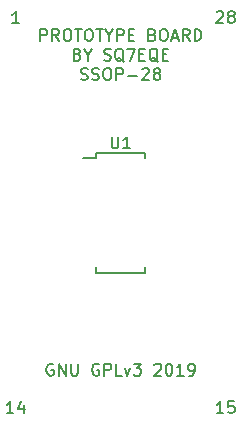
<source format=gbr>
%TF.GenerationSoftware,KiCad,Pcbnew,5.1.4-3.fc31*%
%TF.CreationDate,2019-11-27T18:42:09+01:00*%
%TF.ProjectId,SSOP-28_3.9x9.9mm_P0.635,53534f50-2d32-4385-9f33-2e3978392e39,1.0*%
%TF.SameCoordinates,Original*%
%TF.FileFunction,Legend,Top*%
%TF.FilePolarity,Positive*%
%FSLAX46Y46*%
G04 Gerber Fmt 4.6, Leading zero omitted, Abs format (unit mm)*
G04 Created by KiCad (PCBNEW 5.1.4-3.fc31) date 2019-11-27 18:42:09*
%MOMM*%
%LPD*%
G04 APERTURE LIST*
%ADD10C,0.150000*%
%ADD11R,1.802000X1.802000*%
%ADD12O,1.802000X1.802000*%
%ADD13R,1.302000X0.502000*%
G04 APERTURE END LIST*
D10*
X144018095Y-96067619D02*
X144065714Y-96020000D01*
X144160952Y-95972380D01*
X144399047Y-95972380D01*
X144494285Y-96020000D01*
X144541904Y-96067619D01*
X144589523Y-96162857D01*
X144589523Y-96258095D01*
X144541904Y-96400952D01*
X143970476Y-96972380D01*
X144589523Y-96972380D01*
X145160952Y-96400952D02*
X145065714Y-96353333D01*
X145018095Y-96305714D01*
X144970476Y-96210476D01*
X144970476Y-96162857D01*
X145018095Y-96067619D01*
X145065714Y-96020000D01*
X145160952Y-95972380D01*
X145351428Y-95972380D01*
X145446666Y-96020000D01*
X145494285Y-96067619D01*
X145541904Y-96162857D01*
X145541904Y-96210476D01*
X145494285Y-96305714D01*
X145446666Y-96353333D01*
X145351428Y-96400952D01*
X145160952Y-96400952D01*
X145065714Y-96448571D01*
X145018095Y-96496190D01*
X144970476Y-96591428D01*
X144970476Y-96781904D01*
X145018095Y-96877142D01*
X145065714Y-96924761D01*
X145160952Y-96972380D01*
X145351428Y-96972380D01*
X145446666Y-96924761D01*
X145494285Y-96877142D01*
X145541904Y-96781904D01*
X145541904Y-96591428D01*
X145494285Y-96496190D01*
X145446666Y-96448571D01*
X145351428Y-96400952D01*
X144589523Y-129992380D02*
X144018095Y-129992380D01*
X144303809Y-129992380D02*
X144303809Y-128992380D01*
X144208571Y-129135238D01*
X144113333Y-129230476D01*
X144018095Y-129278095D01*
X145494285Y-128992380D02*
X145018095Y-128992380D01*
X144970476Y-129468571D01*
X145018095Y-129420952D01*
X145113333Y-129373333D01*
X145351428Y-129373333D01*
X145446666Y-129420952D01*
X145494285Y-129468571D01*
X145541904Y-129563809D01*
X145541904Y-129801904D01*
X145494285Y-129897142D01*
X145446666Y-129944761D01*
X145351428Y-129992380D01*
X145113333Y-129992380D01*
X145018095Y-129944761D01*
X144970476Y-129897142D01*
X126809523Y-129992380D02*
X126238095Y-129992380D01*
X126523809Y-129992380D02*
X126523809Y-128992380D01*
X126428571Y-129135238D01*
X126333333Y-129230476D01*
X126238095Y-129278095D01*
X127666666Y-129325714D02*
X127666666Y-129992380D01*
X127428571Y-128944761D02*
X127190476Y-129659047D01*
X127809523Y-129659047D01*
X127285714Y-96972380D02*
X126714285Y-96972380D01*
X127000000Y-96972380D02*
X127000000Y-95972380D01*
X126904761Y-96115238D01*
X126809523Y-96210476D01*
X126714285Y-96258095D01*
X130175714Y-125865000D02*
X130080476Y-125817380D01*
X129937619Y-125817380D01*
X129794761Y-125865000D01*
X129699523Y-125960238D01*
X129651904Y-126055476D01*
X129604285Y-126245952D01*
X129604285Y-126388809D01*
X129651904Y-126579285D01*
X129699523Y-126674523D01*
X129794761Y-126769761D01*
X129937619Y-126817380D01*
X130032857Y-126817380D01*
X130175714Y-126769761D01*
X130223333Y-126722142D01*
X130223333Y-126388809D01*
X130032857Y-126388809D01*
X130651904Y-126817380D02*
X130651904Y-125817380D01*
X131223333Y-126817380D01*
X131223333Y-125817380D01*
X131699523Y-125817380D02*
X131699523Y-126626904D01*
X131747142Y-126722142D01*
X131794761Y-126769761D01*
X131890000Y-126817380D01*
X132080476Y-126817380D01*
X132175714Y-126769761D01*
X132223333Y-126722142D01*
X132270952Y-126626904D01*
X132270952Y-125817380D01*
X134032857Y-125865000D02*
X133937619Y-125817380D01*
X133794761Y-125817380D01*
X133651904Y-125865000D01*
X133556666Y-125960238D01*
X133509047Y-126055476D01*
X133461428Y-126245952D01*
X133461428Y-126388809D01*
X133509047Y-126579285D01*
X133556666Y-126674523D01*
X133651904Y-126769761D01*
X133794761Y-126817380D01*
X133890000Y-126817380D01*
X134032857Y-126769761D01*
X134080476Y-126722142D01*
X134080476Y-126388809D01*
X133890000Y-126388809D01*
X134509047Y-126817380D02*
X134509047Y-125817380D01*
X134890000Y-125817380D01*
X134985238Y-125865000D01*
X135032857Y-125912619D01*
X135080476Y-126007857D01*
X135080476Y-126150714D01*
X135032857Y-126245952D01*
X134985238Y-126293571D01*
X134890000Y-126341190D01*
X134509047Y-126341190D01*
X135985238Y-126817380D02*
X135509047Y-126817380D01*
X135509047Y-125817380D01*
X136223333Y-126150714D02*
X136461428Y-126817380D01*
X136699523Y-126150714D01*
X136985238Y-125817380D02*
X137604285Y-125817380D01*
X137270952Y-126198333D01*
X137413809Y-126198333D01*
X137509047Y-126245952D01*
X137556666Y-126293571D01*
X137604285Y-126388809D01*
X137604285Y-126626904D01*
X137556666Y-126722142D01*
X137509047Y-126769761D01*
X137413809Y-126817380D01*
X137128095Y-126817380D01*
X137032857Y-126769761D01*
X136985238Y-126722142D01*
X138747142Y-125912619D02*
X138794761Y-125865000D01*
X138890000Y-125817380D01*
X139128095Y-125817380D01*
X139223333Y-125865000D01*
X139270952Y-125912619D01*
X139318571Y-126007857D01*
X139318571Y-126103095D01*
X139270952Y-126245952D01*
X138699523Y-126817380D01*
X139318571Y-126817380D01*
X139937619Y-125817380D02*
X140032857Y-125817380D01*
X140128095Y-125865000D01*
X140175714Y-125912619D01*
X140223333Y-126007857D01*
X140270952Y-126198333D01*
X140270952Y-126436428D01*
X140223333Y-126626904D01*
X140175714Y-126722142D01*
X140128095Y-126769761D01*
X140032857Y-126817380D01*
X139937619Y-126817380D01*
X139842380Y-126769761D01*
X139794761Y-126722142D01*
X139747142Y-126626904D01*
X139699523Y-126436428D01*
X139699523Y-126198333D01*
X139747142Y-126007857D01*
X139794761Y-125912619D01*
X139842380Y-125865000D01*
X139937619Y-125817380D01*
X141223333Y-126817380D02*
X140651904Y-126817380D01*
X140937619Y-126817380D02*
X140937619Y-125817380D01*
X140842380Y-125960238D01*
X140747142Y-126055476D01*
X140651904Y-126103095D01*
X141699523Y-126817380D02*
X141890000Y-126817380D01*
X141985238Y-126769761D01*
X142032857Y-126722142D01*
X142128095Y-126579285D01*
X142175714Y-126388809D01*
X142175714Y-126007857D01*
X142128095Y-125912619D01*
X142080476Y-125865000D01*
X141985238Y-125817380D01*
X141794761Y-125817380D01*
X141699523Y-125865000D01*
X141651904Y-125912619D01*
X141604285Y-126007857D01*
X141604285Y-126245952D01*
X141651904Y-126341190D01*
X141699523Y-126388809D01*
X141794761Y-126436428D01*
X141985238Y-126436428D01*
X142080476Y-126388809D01*
X142128095Y-126341190D01*
X142175714Y-126245952D01*
X129104285Y-98497380D02*
X129104285Y-97497380D01*
X129485238Y-97497380D01*
X129580476Y-97545000D01*
X129628095Y-97592619D01*
X129675714Y-97687857D01*
X129675714Y-97830714D01*
X129628095Y-97925952D01*
X129580476Y-97973571D01*
X129485238Y-98021190D01*
X129104285Y-98021190D01*
X130675714Y-98497380D02*
X130342380Y-98021190D01*
X130104285Y-98497380D02*
X130104285Y-97497380D01*
X130485238Y-97497380D01*
X130580476Y-97545000D01*
X130628095Y-97592619D01*
X130675714Y-97687857D01*
X130675714Y-97830714D01*
X130628095Y-97925952D01*
X130580476Y-97973571D01*
X130485238Y-98021190D01*
X130104285Y-98021190D01*
X131294761Y-97497380D02*
X131485238Y-97497380D01*
X131580476Y-97545000D01*
X131675714Y-97640238D01*
X131723333Y-97830714D01*
X131723333Y-98164047D01*
X131675714Y-98354523D01*
X131580476Y-98449761D01*
X131485238Y-98497380D01*
X131294761Y-98497380D01*
X131199523Y-98449761D01*
X131104285Y-98354523D01*
X131056666Y-98164047D01*
X131056666Y-97830714D01*
X131104285Y-97640238D01*
X131199523Y-97545000D01*
X131294761Y-97497380D01*
X132009047Y-97497380D02*
X132580476Y-97497380D01*
X132294761Y-98497380D02*
X132294761Y-97497380D01*
X133104285Y-97497380D02*
X133294761Y-97497380D01*
X133390000Y-97545000D01*
X133485238Y-97640238D01*
X133532857Y-97830714D01*
X133532857Y-98164047D01*
X133485238Y-98354523D01*
X133390000Y-98449761D01*
X133294761Y-98497380D01*
X133104285Y-98497380D01*
X133009047Y-98449761D01*
X132913809Y-98354523D01*
X132866190Y-98164047D01*
X132866190Y-97830714D01*
X132913809Y-97640238D01*
X133009047Y-97545000D01*
X133104285Y-97497380D01*
X133818571Y-97497380D02*
X134390000Y-97497380D01*
X134104285Y-98497380D02*
X134104285Y-97497380D01*
X134913809Y-98021190D02*
X134913809Y-98497380D01*
X134580476Y-97497380D02*
X134913809Y-98021190D01*
X135247142Y-97497380D01*
X135580476Y-98497380D02*
X135580476Y-97497380D01*
X135961428Y-97497380D01*
X136056666Y-97545000D01*
X136104285Y-97592619D01*
X136151904Y-97687857D01*
X136151904Y-97830714D01*
X136104285Y-97925952D01*
X136056666Y-97973571D01*
X135961428Y-98021190D01*
X135580476Y-98021190D01*
X136580476Y-97973571D02*
X136913809Y-97973571D01*
X137056666Y-98497380D02*
X136580476Y-98497380D01*
X136580476Y-97497380D01*
X137056666Y-97497380D01*
X138580476Y-97973571D02*
X138723333Y-98021190D01*
X138770952Y-98068809D01*
X138818571Y-98164047D01*
X138818571Y-98306904D01*
X138770952Y-98402142D01*
X138723333Y-98449761D01*
X138628095Y-98497380D01*
X138247142Y-98497380D01*
X138247142Y-97497380D01*
X138580476Y-97497380D01*
X138675714Y-97545000D01*
X138723333Y-97592619D01*
X138770952Y-97687857D01*
X138770952Y-97783095D01*
X138723333Y-97878333D01*
X138675714Y-97925952D01*
X138580476Y-97973571D01*
X138247142Y-97973571D01*
X139437619Y-97497380D02*
X139628095Y-97497380D01*
X139723333Y-97545000D01*
X139818571Y-97640238D01*
X139866190Y-97830714D01*
X139866190Y-98164047D01*
X139818571Y-98354523D01*
X139723333Y-98449761D01*
X139628095Y-98497380D01*
X139437619Y-98497380D01*
X139342380Y-98449761D01*
X139247142Y-98354523D01*
X139199523Y-98164047D01*
X139199523Y-97830714D01*
X139247142Y-97640238D01*
X139342380Y-97545000D01*
X139437619Y-97497380D01*
X140247142Y-98211666D02*
X140723333Y-98211666D01*
X140151904Y-98497380D02*
X140485238Y-97497380D01*
X140818571Y-98497380D01*
X141723333Y-98497380D02*
X141390000Y-98021190D01*
X141151904Y-98497380D02*
X141151904Y-97497380D01*
X141532857Y-97497380D01*
X141628095Y-97545000D01*
X141675714Y-97592619D01*
X141723333Y-97687857D01*
X141723333Y-97830714D01*
X141675714Y-97925952D01*
X141628095Y-97973571D01*
X141532857Y-98021190D01*
X141151904Y-98021190D01*
X142151904Y-98497380D02*
X142151904Y-97497380D01*
X142390000Y-97497380D01*
X142532857Y-97545000D01*
X142628095Y-97640238D01*
X142675714Y-97735476D01*
X142723333Y-97925952D01*
X142723333Y-98068809D01*
X142675714Y-98259285D01*
X142628095Y-98354523D01*
X142532857Y-98449761D01*
X142390000Y-98497380D01*
X142151904Y-98497380D01*
X132247142Y-99623571D02*
X132390000Y-99671190D01*
X132437619Y-99718809D01*
X132485238Y-99814047D01*
X132485238Y-99956904D01*
X132437619Y-100052142D01*
X132390000Y-100099761D01*
X132294761Y-100147380D01*
X131913809Y-100147380D01*
X131913809Y-99147380D01*
X132247142Y-99147380D01*
X132342380Y-99195000D01*
X132390000Y-99242619D01*
X132437619Y-99337857D01*
X132437619Y-99433095D01*
X132390000Y-99528333D01*
X132342380Y-99575952D01*
X132247142Y-99623571D01*
X131913809Y-99623571D01*
X133104285Y-99671190D02*
X133104285Y-100147380D01*
X132770952Y-99147380D02*
X133104285Y-99671190D01*
X133437619Y-99147380D01*
X134485238Y-100099761D02*
X134628095Y-100147380D01*
X134866190Y-100147380D01*
X134961428Y-100099761D01*
X135009047Y-100052142D01*
X135056666Y-99956904D01*
X135056666Y-99861666D01*
X135009047Y-99766428D01*
X134961428Y-99718809D01*
X134866190Y-99671190D01*
X134675714Y-99623571D01*
X134580476Y-99575952D01*
X134532857Y-99528333D01*
X134485238Y-99433095D01*
X134485238Y-99337857D01*
X134532857Y-99242619D01*
X134580476Y-99195000D01*
X134675714Y-99147380D01*
X134913809Y-99147380D01*
X135056666Y-99195000D01*
X136151904Y-100242619D02*
X136056666Y-100195000D01*
X135961428Y-100099761D01*
X135818571Y-99956904D01*
X135723333Y-99909285D01*
X135628095Y-99909285D01*
X135675714Y-100147380D02*
X135580476Y-100099761D01*
X135485238Y-100004523D01*
X135437619Y-99814047D01*
X135437619Y-99480714D01*
X135485238Y-99290238D01*
X135580476Y-99195000D01*
X135675714Y-99147380D01*
X135866190Y-99147380D01*
X135961428Y-99195000D01*
X136056666Y-99290238D01*
X136104285Y-99480714D01*
X136104285Y-99814047D01*
X136056666Y-100004523D01*
X135961428Y-100099761D01*
X135866190Y-100147380D01*
X135675714Y-100147380D01*
X136437619Y-99147380D02*
X137104285Y-99147380D01*
X136675714Y-100147380D01*
X137485238Y-99623571D02*
X137818571Y-99623571D01*
X137961428Y-100147380D02*
X137485238Y-100147380D01*
X137485238Y-99147380D01*
X137961428Y-99147380D01*
X139056666Y-100242619D02*
X138961428Y-100195000D01*
X138866190Y-100099761D01*
X138723333Y-99956904D01*
X138628095Y-99909285D01*
X138532857Y-99909285D01*
X138580476Y-100147380D02*
X138485238Y-100099761D01*
X138390000Y-100004523D01*
X138342380Y-99814047D01*
X138342380Y-99480714D01*
X138390000Y-99290238D01*
X138485238Y-99195000D01*
X138580476Y-99147380D01*
X138770952Y-99147380D01*
X138866190Y-99195000D01*
X138961428Y-99290238D01*
X139009047Y-99480714D01*
X139009047Y-99814047D01*
X138961428Y-100004523D01*
X138866190Y-100099761D01*
X138770952Y-100147380D01*
X138580476Y-100147380D01*
X139437619Y-99623571D02*
X139770952Y-99623571D01*
X139913809Y-100147380D02*
X139437619Y-100147380D01*
X139437619Y-99147380D01*
X139913809Y-99147380D01*
X132532857Y-101749761D02*
X132675714Y-101797380D01*
X132913809Y-101797380D01*
X133009047Y-101749761D01*
X133056666Y-101702142D01*
X133104285Y-101606904D01*
X133104285Y-101511666D01*
X133056666Y-101416428D01*
X133009047Y-101368809D01*
X132913809Y-101321190D01*
X132723333Y-101273571D01*
X132628095Y-101225952D01*
X132580476Y-101178333D01*
X132532857Y-101083095D01*
X132532857Y-100987857D01*
X132580476Y-100892619D01*
X132628095Y-100845000D01*
X132723333Y-100797380D01*
X132961428Y-100797380D01*
X133104285Y-100845000D01*
X133485238Y-101749761D02*
X133628095Y-101797380D01*
X133866190Y-101797380D01*
X133961428Y-101749761D01*
X134009047Y-101702142D01*
X134056666Y-101606904D01*
X134056666Y-101511666D01*
X134009047Y-101416428D01*
X133961428Y-101368809D01*
X133866190Y-101321190D01*
X133675714Y-101273571D01*
X133580476Y-101225952D01*
X133532857Y-101178333D01*
X133485238Y-101083095D01*
X133485238Y-100987857D01*
X133532857Y-100892619D01*
X133580476Y-100845000D01*
X133675714Y-100797380D01*
X133913809Y-100797380D01*
X134056666Y-100845000D01*
X134675714Y-100797380D02*
X134866190Y-100797380D01*
X134961428Y-100845000D01*
X135056666Y-100940238D01*
X135104285Y-101130714D01*
X135104285Y-101464047D01*
X135056666Y-101654523D01*
X134961428Y-101749761D01*
X134866190Y-101797380D01*
X134675714Y-101797380D01*
X134580476Y-101749761D01*
X134485238Y-101654523D01*
X134437619Y-101464047D01*
X134437619Y-101130714D01*
X134485238Y-100940238D01*
X134580476Y-100845000D01*
X134675714Y-100797380D01*
X135532857Y-101797380D02*
X135532857Y-100797380D01*
X135913809Y-100797380D01*
X136009047Y-100845000D01*
X136056666Y-100892619D01*
X136104285Y-100987857D01*
X136104285Y-101130714D01*
X136056666Y-101225952D01*
X136009047Y-101273571D01*
X135913809Y-101321190D01*
X135532857Y-101321190D01*
X136532857Y-101416428D02*
X137294761Y-101416428D01*
X137723333Y-100892619D02*
X137770952Y-100845000D01*
X137866190Y-100797380D01*
X138104285Y-100797380D01*
X138199523Y-100845000D01*
X138247142Y-100892619D01*
X138294761Y-100987857D01*
X138294761Y-101083095D01*
X138247142Y-101225952D01*
X137675714Y-101797380D01*
X138294761Y-101797380D01*
X138866190Y-101225952D02*
X138770952Y-101178333D01*
X138723333Y-101130714D01*
X138675714Y-101035476D01*
X138675714Y-100987857D01*
X138723333Y-100892619D01*
X138770952Y-100845000D01*
X138866190Y-100797380D01*
X139056666Y-100797380D01*
X139151904Y-100845000D01*
X139199523Y-100892619D01*
X139247142Y-100987857D01*
X139247142Y-101035476D01*
X139199523Y-101130714D01*
X139151904Y-101178333D01*
X139056666Y-101225952D01*
X138866190Y-101225952D01*
X138770952Y-101273571D01*
X138723333Y-101321190D01*
X138675714Y-101416428D01*
X138675714Y-101606904D01*
X138723333Y-101702142D01*
X138770952Y-101749761D01*
X138866190Y-101797380D01*
X139056666Y-101797380D01*
X139151904Y-101749761D01*
X139199523Y-101702142D01*
X139247142Y-101606904D01*
X139247142Y-101416428D01*
X139199523Y-101321190D01*
X139151904Y-101273571D01*
X139056666Y-101225952D01*
%TO.C,U1*%
X133815000Y-107950000D02*
X133815000Y-108430000D01*
X137965000Y-107950000D02*
X137965000Y-108430000D01*
X137965000Y-118110000D02*
X137965000Y-117630000D01*
X133815000Y-118110000D02*
X133815000Y-117630000D01*
X133815000Y-107950000D02*
X137965000Y-107950000D01*
X133815000Y-118110000D02*
X137965000Y-118110000D01*
X133815000Y-108430000D02*
X132690000Y-108430000D01*
X135128095Y-106582380D02*
X135128095Y-107391904D01*
X135175714Y-107487142D01*
X135223333Y-107534761D01*
X135318571Y-107582380D01*
X135509047Y-107582380D01*
X135604285Y-107534761D01*
X135651904Y-107487142D01*
X135699523Y-107391904D01*
X135699523Y-106582380D01*
X136699523Y-107582380D02*
X136128095Y-107582380D01*
X136413809Y-107582380D02*
X136413809Y-106582380D01*
X136318571Y-106725238D01*
X136223333Y-106820476D01*
X136128095Y-106868095D01*
%TD*%
%LPC*%
D11*
%TO.C,J1*%
X124460000Y-96520000D03*
D12*
X124460000Y-99060000D03*
X124460000Y-101600000D03*
X124460000Y-104140000D03*
X124460000Y-106680000D03*
X124460000Y-109220000D03*
X124460000Y-111760000D03*
X124460000Y-114300000D03*
X124460000Y-116840000D03*
X124460000Y-119380000D03*
X124460000Y-121920000D03*
X124460000Y-124460000D03*
X124460000Y-127000000D03*
X124460000Y-129540000D03*
%TD*%
%TO.C,J2*%
X147320000Y-129540000D03*
X147320000Y-127000000D03*
X147320000Y-124460000D03*
X147320000Y-121920000D03*
X147320000Y-119380000D03*
X147320000Y-116840000D03*
X147320000Y-114300000D03*
X147320000Y-111760000D03*
X147320000Y-109220000D03*
X147320000Y-106680000D03*
X147320000Y-104140000D03*
X147320000Y-101600000D03*
X147320000Y-99060000D03*
D11*
X147320000Y-96520000D03*
%TD*%
D13*
%TO.C,U1*%
X133290000Y-108902500D03*
X133290000Y-109537500D03*
X133290000Y-110172500D03*
X133290000Y-110807500D03*
X133290000Y-111442500D03*
X133290000Y-112077500D03*
X133290000Y-112712500D03*
X133290000Y-113347500D03*
X133290000Y-113982500D03*
X133290000Y-114617500D03*
X133290000Y-115252500D03*
X133290000Y-115887500D03*
X133290000Y-116522500D03*
X133290000Y-117157500D03*
X138490000Y-117157500D03*
X138490000Y-116522500D03*
X138490000Y-115887500D03*
X138490000Y-115252500D03*
X138490000Y-114617500D03*
X138490000Y-113982500D03*
X138490000Y-113347500D03*
X138490000Y-112712500D03*
X138490000Y-112077500D03*
X138490000Y-111442500D03*
X138490000Y-110807500D03*
X138490000Y-110172500D03*
X138490000Y-109537500D03*
X138490000Y-108902500D03*
%TD*%
M02*

</source>
